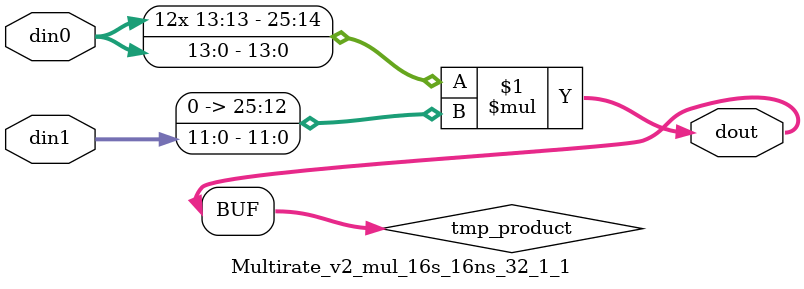
<source format=v>

`timescale 1 ns / 1 ps

 module Multirate_v2_mul_16s_16ns_32_1_1(din0, din1, dout);
parameter ID = 1;
parameter NUM_STAGE = 0;
parameter din0_WIDTH = 14;
parameter din1_WIDTH = 12;
parameter dout_WIDTH = 26;

input [din0_WIDTH - 1 : 0] din0; 
input [din1_WIDTH - 1 : 0] din1; 
output [dout_WIDTH - 1 : 0] dout;

wire signed [dout_WIDTH - 1 : 0] tmp_product;


























assign tmp_product = $signed(din0) * $signed({1'b0, din1});









assign dout = tmp_product;





















endmodule

</source>
